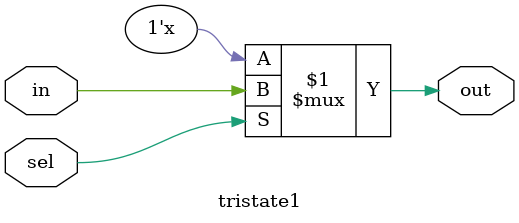
<source format=v>
module tristate1(out, in, sel);
    input in;
    output out;
    input sel;

    assign out = sel ? in : 1'bz;

endmodule
</source>
